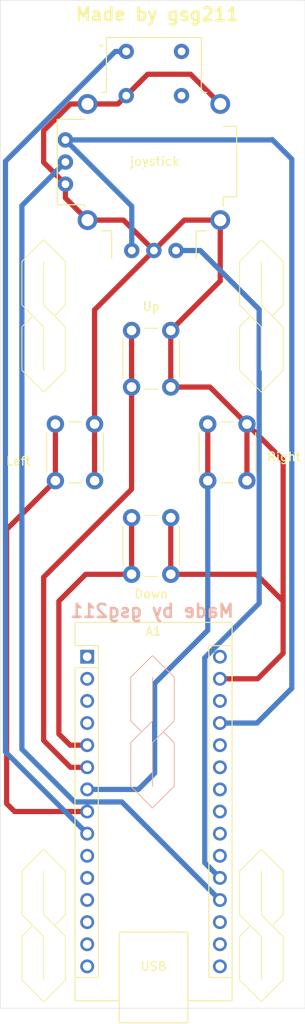
<source format=kicad_pcb>
(kicad_pcb (version 20240108) (generator "pcbnew") (generator_version "8.0")
  (layers (0 "F.Cu" signal) (31 "B.Cu" signal) (34 "B.Paste" user) (35 "F.Paste" user) (36 "B.SilkS" user "B.Silkscreen") (37 "F.SilkS" user "F.Silkscreen") (38 "B.Mask" user) (39 "F.Mask" user) (44 "Edge.Cuts" user))
  (net 0 "")
  (net 2 "gnd")
  (net 3 "hor")
  (net 8 "right")
  (net 15 "up")
  (net 18 "vert")
  (net 22 "sel")
  (net 24 "vcc")
  (net 29 "down")
  (net 30 "left")
  (footprint "Button_Switch_THT:SW_PUSH_6mm" (layer "F.Cu") (at 121.348095 105.169359 90)
    (property "Reference" "Left" (at 2.25 -4.25 180) (layer "F.SilkS"))
    (property "Value" "SW_Push")
    (fp_line (start 5.5 -1) (end 1 -1) (stroke (width 0.12)) (layer "F.SilkS"))
    (fp_line (start -0.25 1.5) (end -0.25 3) (stroke (width 0.12)) (layer "F.SilkS"))
    (fp_line (start 6.75 3) (end 6.75 1.5) (stroke (width 0.12)) (layer "F.SilkS"))
    (fp_line (start 1 5.5) (end 5.5 5.5) (stroke (width 0.12)) (layer "F.SilkS"))
    (pad "1" thru_hole circle (at 0 0 180) (size 2 2) (drill 1.1) (layers "*.Cu" "*.Mask") (net 30 "left"))
    (pad "1" thru_hole circle (at 6.5 0 180) (size 2 2) (drill 1.1) (layers "*.Cu" "*.Mask") (net 30 "left"))
    (pad "2" thru_hole circle (at 0 4.5 180) (size 2 2) (drill 1.1) (layers "*.Cu" "*.Mask") (net 2 "gnd"))
    (pad "2" thru_hole circle (at 6.5 4.5 180) (size 2 2) (drill 1.1) (layers "*.Cu" "*.Mask") (net 2 "gnd"))
  )
  (footprint "XDCR_COM-09032:XDCR_COM-09032" (layer "F.Cu") (at 132.66 68.581281)
    (property "Reference" "joystick" (at 0.09 -0.081281 0) (layer "F.SilkS"))
    (property "Value" "COM-09032")
    (fp_line (start -11.1 -4.9) (end -7.95 -4.9) (stroke (width 0.127)) (layer "F.SilkS"))
    (fp_line (start -11.1 4.9) (end -11.1 -4.9) (stroke (width 0.127)) (layer "F.SilkS"))
    (fp_line (start -7.95 4.9) (end -11.1 4.9) (stroke (width 0.127)) (layer "F.SilkS"))
    (fp_line (start -7.95 5.17) (end -7.95 4.9) (stroke (width 0.127)) (layer "F.SilkS"))
    (fp_line (start -6.07 -8) (end -5.45 -8) (stroke (width 0.127)) (layer "F.SilkS"))
    (fp_line (start -5.45 -14.3) (end 5.45 -14.3) (stroke (width 0.127)) (layer "F.SilkS"))
    (fp_line (start -5.45 -8) (end -5.45 -14.3) (stroke (width 0.127)) (layer "F.SilkS"))
    (fp_line (start -4.85 7.9) (end -6.07 7.9) (stroke (width 0.127)) (layer "F.SilkS"))
    (fp_line (start -4.85 11.1) (end -4.85 7.9) (stroke (width 0.127)) (layer "F.SilkS"))
    (fp_line (start 4.85 7.9) (end 4.85 11.1) (stroke (width 0.127)) (layer "F.SilkS"))
    (fp_line (start 5.45 -14.3) (end 5.45 -8) (stroke (width 0.127)) (layer "F.SilkS"))
    (fp_line (start 5.45 -8) (end 6.08 -8) (stroke (width 0.127)) (layer "F.SilkS"))
    (fp_line (start 6.08 7.9) (end 4.85 7.9) (stroke (width 0.127)) (layer "F.SilkS"))
    (fp_line (start 7.95 -4.1) (end 9.5 -4.1) (stroke (width 0.127)) (layer "F.SilkS"))
    (fp_line (start 7.95 4) (end 7.95 5.12) (stroke (width 0.127)) (layer "F.SilkS"))
    (fp_line (start 9.5 -4.1) (end 9.5 4) (stroke (width 0.127)) (layer "F.SilkS"))
    (fp_line (start 9.5 4) (end 7.95 4) (stroke (width 0.127)) (layer "F.SilkS"))
    (fp_circle (center -6.05 -13.35) (end -5.95 -13.35) (stroke (width 0.2)) (fill none) (layer "F.SilkS"))
    (pad "B1A" thru_hole circle (at -3.175 -12.7) (size 1.778 1.778) (drill 0.9) (layers "*.Cu" "*.Mask") (net 22 "sel"))
    (pad "B1B" thru_hole circle (at 3.175 -12.7) (size 1.778 1.778) (drill 0.9) (layers "*.Cu" "*.Mask"))
    (pad "B2A" thru_hole circle (at -3.175 -7.62) (size 1.778 1.778) (drill 0.9) (layers "*.Cu" "*.Mask") (net 2 "gnd"))
    (pad "B2B" thru_hole circle (at 3.175 -7.62) (size 1.778 1.778) (drill 0.9) (layers "*.Cu" "*.Mask"))
    (pad "H1" thru_hole circle (at -2.54 10.16) (size 1.778 1.778) (drill 0.889) (layers "*.Cu" "*.Mask") (net 24 "vcc"))
    (pad "H2" thru_hole circle (at 0 10.16) (size 1.778 1.778) (drill 0.889) (layers "*.Cu" "*.Mask") (net 2 "gnd"))
    (pad "H3" thru_hole circle (at 2.54 10.16) (size 1.778 1.778) (drill 0.889) (layers "*.Cu" "*.Mask") (net 3 "hor"))
    (pad "S1" thru_hole circle (at -7.62 -6.6675) (size 2.286 2.286) (drill 1.397) (layers "*.Cu" "*.Mask") (net 2 "gnd"))
    (pad "S2" thru_hole circle (at -7.62 6.6675) (size 2.286 2.286) (drill 1.397) (layers "*.Cu" "*.Mask") (net 2 "gnd"))
    (pad "S3" thru_hole circle (at 7.62 6.6675) (size 2.286 2.286) (drill 1.397) (layers "*.Cu" "*.Mask") (net 2 "gnd"))
    (pad "S4" thru_hole circle (at 7.62 -6.6675) (size 2.286 2.286) (drill 1.397) (layers "*.Cu" "*.Mask") (net 2 "gnd"))
    (pad "V1" thru_hole circle (at -10.16 -2.54) (size 1.778 1.778) (drill 0.889) (layers "*.Cu" "*.Mask") (net 24 "vcc"))
    (pad "V2" thru_hole circle (at -10.16 0) (size 1.778 1.778) (drill 0.889) (layers "*.Cu" "*.Mask") (net 18 "vert"))
    (pad "V3" thru_hole circle (at -10.16 2.54) (size 1.778 1.778) (drill 0.889) (layers "*.Cu" "*.Mask") (net 2 "gnd"))
  )
  (footprint "Button_Switch_THT:SW_PUSH_6mm" (layer "F.Cu") (at 130.098095 94.419359 90)
    (property "Reference" "Up" (at 9.25 2.25 180) (layer "F.SilkS"))
    (property "Value" "SW_Push")
    (fp_line (start 5.5 -1) (end 1 -1) (stroke (width 0.12)) (layer "F.SilkS"))
    (fp_line (start -0.25 1.5) (end -0.25 3) (stroke (width 0.12)) (layer "F.SilkS"))
    (fp_line (start 6.75 3) (end 6.75 1.5) (stroke (width 0.12)) (layer "F.SilkS"))
    (fp_line (start 1 5.5) (end 5.5 5.5) (stroke (width 0.12)) (layer "F.SilkS"))
    (pad "1" thru_hole circle (at 0 0 180) (size 2 2) (drill 1.1) (layers "*.Cu" "*.Mask") (net 15 "up"))
    (pad "1" thru_hole circle (at 6.5 0 180) (size 2 2) (drill 1.1) (layers "*.Cu" "*.Mask") (net 15 "up"))
    (pad "2" thru_hole circle (at 0 4.5 180) (size 2 2) (drill 1.1) (layers "*.Cu" "*.Mask") (net 2 "gnd"))
    (pad "2" thru_hole circle (at 6.5 4.5 180) (size 2 2) (drill 1.1) (layers "*.Cu" "*.Mask") (net 2 "gnd"))
  )
  (footprint "Module:Arduino_Nano" (layer "F.Cu") (at 125 125.38)
    (property "Reference" "A1" (at 7.61 -2.92 0) (layer "F.SilkS"))
    (property "Value" "Arduino_Nano_v3.x")
    (fp_line (start -1.4 -3.94) (end -1.4 -1.27) (stroke (width 0.12)) (layer "F.SilkS"))
    (fp_line (start -1.4 1.27) (end -1.4 39.5) (stroke (width 0.12)) (layer "F.SilkS"))
    (fp_line (start -1.4 39.5) (end 3.68 39.5) (stroke (width 0.12)) (layer "F.SilkS"))
    (fp_line (start 1.27 -1.27) (end -1.4 -1.27) (stroke (width 0.12)) (layer "F.SilkS"))
    (fp_line (start 1.27 1.27) (end -1.4 1.27) (stroke (width 0.12)) (layer "F.SilkS"))
    (fp_line (start 1.27 1.27) (end 1.27 -1.27) (stroke (width 0.12)) (layer "F.SilkS"))
    (fp_line (start 1.27 1.27) (end 1.27 36.83) (stroke (width 0.12)) (layer "F.SilkS"))
    (fp_line (start 1.27 36.83) (end -1.4 36.83) (stroke (width 0.12)) (layer "F.SilkS"))
    (fp_line (start 3.68 31.62) (end 11.56 31.62) (stroke (width 0.12)) (layer "F.SilkS"))
    (fp_line (start 3.68 42.04) (end 3.68 31.62) (stroke (width 0.12)) (layer "F.SilkS"))
    (fp_line (start 11.56 31.62) (end 11.56 42.04) (stroke (width 0.12)) (layer "F.SilkS"))
    (fp_line (start 11.56 42.04) (end 3.68 42.04) (stroke (width 0.12)) (layer "F.SilkS"))
    (fp_line (start 13.97 -1.27) (end 13.97 36.83) (stroke (width 0.12)) (layer "F.SilkS"))
    (fp_line (start 13.97 -1.27) (end 16.64 -1.27) (stroke (width 0.12)) (layer "F.SilkS"))
    (fp_line (start 13.97 36.83) (end 16.64 36.83) (stroke (width 0.12)) (layer "F.SilkS"))
    (fp_line (start 16.64 -3.94) (end -1.4 -3.94) (stroke (width 0.12)) (layer "F.SilkS"))
    (fp_line (start 16.64 39.5) (end 11.56 39.5) (stroke (width 0.12)) (layer "F.SilkS"))
    (fp_line (start 16.64 39.5) (end 16.64 -3.94) (stroke (width 0.12)) (layer "F.SilkS"))
    (fp_text user "USB" (at 7.62 35.56 0) (layer "F.SilkS"))
    (pad "1" thru_hole rect (at 0 0) (size 1.6 1.6) (drill 1) (layers "*.Cu" "*.Mask"))
    (pad "2" thru_hole oval (at 0 2.54) (size 1.6 1.6) (drill 1) (layers "*.Cu" "*.Mask"))
    (pad "3" thru_hole oval (at 0 5.08) (size 1.6 1.6) (drill 1) (layers "*.Cu" "*.Mask"))
    (pad "4" thru_hole oval (at 0 7.62) (size 1.6 1.6) (drill 1) (layers "*.Cu" "*.Mask"))
    (pad "5" thru_hole oval (at 0 10.16) (size 1.6 1.6) (drill 1) (layers "*.Cu" "*.Mask") (net 29 "down"))
    (pad "6" thru_hole oval (at 0 12.7) (size 1.6 1.6) (drill 1) (layers "*.Cu" "*.Mask") (net 15 "up"))
    (pad "7" thru_hole oval (at 0 15.24) (size 1.6 1.6) (drill 1) (layers "*.Cu" "*.Mask") (net 8 "right"))
    (pad "8" thru_hole oval (at 0 17.78) (size 1.6 1.6) (drill 1) (layers "*.Cu" "*.Mask") (net 30 "left"))
    (pad "9" thru_hole oval (at 0 20.32) (size 1.6 1.6) (drill 1) (layers "*.Cu" "*.Mask") (net 22 "sel"))
    (pad "10" thru_hole oval (at 0 22.86) (size 1.6 1.6) (drill 1) (layers "*.Cu" "*.Mask"))
    (pad "11" thru_hole oval (at 0 25.4) (size 1.6 1.6) (drill 1) (layers "*.Cu" "*.Mask"))
    (pad "12" thru_hole oval (at 0 27.94) (size 1.6 1.6) (drill 1) (layers "*.Cu" "*.Mask"))
    (pad "13" thru_hole oval (at 0 30.48) (size 1.6 1.6) (drill 1) (layers "*.Cu" "*.Mask"))
    (pad "14" thru_hole oval (at 0 33.02) (size 1.6 1.6) (drill 1) (layers "*.Cu" "*.Mask"))
    (pad "15" thru_hole oval (at 0 35.56) (size 1.6 1.6) (drill 1) (layers "*.Cu" "*.Mask"))
    (pad "16" thru_hole oval (at 15.24 35.56) (size 1.6 1.6) (drill 1) (layers "*.Cu" "*.Mask"))
    (pad "17" thru_hole oval (at 15.24 33.02) (size 1.6 1.6) (drill 1) (layers "*.Cu" "*.Mask"))
    (pad "18" thru_hole oval (at 15.24 30.48) (size 1.6 1.6) (drill 1) (layers "*.Cu" "*.Mask"))
    (pad "19" thru_hole oval (at 15.24 27.94) (size 1.6 1.6) (drill 1) (layers "*.Cu" "*.Mask") (net 18 "vert"))
    (pad "20" thru_hole oval (at 15.24 25.4) (size 1.6 1.6) (drill 1) (layers "*.Cu" "*.Mask") (net 3 "hor"))
    (pad "21" thru_hole oval (at 15.24 22.86) (size 1.6 1.6) (drill 1) (layers "*.Cu" "*.Mask"))
    (pad "22" thru_hole oval (at 15.24 20.32) (size 1.6 1.6) (drill 1) (layers "*.Cu" "*.Mask"))
    (pad "23" thru_hole oval (at 15.24 17.78) (size 1.6 1.6) (drill 1) (layers "*.Cu" "*.Mask"))
    (pad "24" thru_hole oval (at 15.24 15.24) (size 1.6 1.6) (drill 1) (layers "*.Cu" "*.Mask"))
    (pad "25" thru_hole oval (at 15.24 12.7) (size 1.6 1.6) (drill 1) (layers "*.Cu" "*.Mask"))
    (pad "26" thru_hole oval (at 15.24 10.16) (size 1.6 1.6) (drill 1) (layers "*.Cu" "*.Mask"))
    (pad "27" thru_hole oval (at 15.24 7.62) (size 1.6 1.6) (drill 1) (layers "*.Cu" "*.Mask") (net 24 "vcc"))
    (pad "28" thru_hole oval (at 15.24 5.08) (size 1.6 1.6) (drill 1) (layers "*.Cu" "*.Mask"))
    (pad "29" thru_hole oval (at 15.24 2.54) (size 1.6 1.6) (drill 1) (layers "*.Cu" "*.Mask") (net 2 "gnd"))
    (pad "30" thru_hole oval (at 15.24 0) (size 1.6 1.6) (drill 1) (layers "*.Cu" "*.Mask"))
  )
  (footprint "Button_Switch_THT:SW_PUSH_6mm" (layer "F.Cu") (at 138.848095 105.169359 90)
    (property "Reference" "Right" (at 2.75 8.75 180) (layer "F.SilkS"))
    (property "Value" "SW_Push")
    (fp_line (start 5.5 -1) (end 1 -1) (stroke (width 0.12)) (layer "F.SilkS"))
    (fp_line (start -0.25 1.5) (end -0.25 3) (stroke (width 0.12)) (layer "F.SilkS"))
    (fp_line (start 6.75 3) (end 6.75 1.5) (stroke (width 0.12)) (layer "F.SilkS"))
    (fp_line (start 1 5.5) (end 5.5 5.5) (stroke (width 0.12)) (layer "F.SilkS"))
    (pad "1" thru_hole circle (at 0 0 180) (size 2 2) (drill 1.1) (layers "*.Cu" "*.Mask") (net 8 "right"))
    (pad "1" thru_hole circle (at 6.5 0 180) (size 2 2) (drill 1.1) (layers "*.Cu" "*.Mask") (net 8 "right"))
    (pad "2" thru_hole circle (at 0 4.5 180) (size 2 2) (drill 1.1) (layers "*.Cu" "*.Mask") (net 2 "gnd"))
    (pad "2" thru_hole circle (at 6.5 4.5 180) (size 2 2) (drill 1.1) (layers "*.Cu" "*.Mask") (net 2 "gnd"))
  )
  (footprint "Button_Switch_THT:SW_PUSH_6mm" (layer "F.Cu") (at 130.098095 115.919359 90)
    (property "Reference" "Down" (at -2.25 2.25 180) (layer "F.SilkS"))
    (property "Value" "SW_Push")
    (fp_line (start 5.5 -1) (end 1 -1) (stroke (width 0.12)) (layer "F.SilkS"))
    (fp_line (start -0.25 1.5) (end -0.25 3) (stroke (width 0.12)) (layer "F.SilkS"))
    (fp_line (start 6.75 3) (end 6.75 1.5) (stroke (width 0.12)) (layer "F.SilkS"))
    (fp_line (start 1 5.5) (end 5.5 5.5) (stroke (width 0.12)) (layer "F.SilkS"))
    (pad "1" thru_hole circle (at 0 0 180) (size 2 2) (drill 1.1) (layers "*.Cu" "*.Mask") (net 29 "down"))
    (pad "1" thru_hole circle (at 6.5 0 180) (size 2 2) (drill 1.1) (layers "*.Cu" "*.Mask") (net 29 "down"))
    (pad "2" thru_hole circle (at 0 4.5 180) (size 2 2) (drill 1.1) (layers "*.Cu" "*.Mask") (net 2 "gnd"))
    (pad "2" thru_hole circle (at 6.5 4.5 180) (size 2 2) (drill 1.1) (layers "*.Cu" "*.Mask") (net 2 "gnd"))
  )
  (gr_line (start 126.5 98.5) (end 126.25 98.5) (stroke (width 0.2)) (layer "F.Cu") (net 2))
  (gr_line (start 130 140.25) (end 130 135.25) (stroke (width 0.1)) (layer "B.SilkS"))
  (gr_line (start 130 132.75) (end 130 127.75) (stroke (width 0.1)) (layer "B.SilkS"))
  (gr_line (start 133.75 134) (end 135 135.25) (stroke (width 0.1)) (layer "B.SilkS"))
  (gr_line (start 132.5 140.25) (end 132.5 135.25) (stroke (width 0.1)) (layer "B.SilkS"))
  (gr_line (start 132.5 125.25) (end 135 127.75) (stroke (width 0.1)) (layer "B.SilkS"))
  (gr_line (start 132.5 142.75) (end 135 140.25) (stroke (width 0.1)) (layer "B.SilkS"))
  (gr_line (start 132.5 135.25) (end 135 132.75) (stroke (width 0.1)) (layer "B.SilkS"))
  (gr_line (start 131.25 134) (end 130 132.75) (stroke (width 0.1)) (layer "B.SilkS"))
  (gr_line (start 132.5 142.75) (end 130 140.25) (stroke (width 0.1)) (layer "B.SilkS"))
  (gr_line (start 135 140.25) (end 135 135.25) (stroke (width 0.1)) (layer "B.SilkS"))
  (gr_line (start 135 127.75) (end 135 132.75) (stroke (width 0.1)) (layer "B.SilkS"))
  (gr_line (start 132.5 132.75) (end 132.5 127.75) (stroke (width 0.1)) (layer "B.SilkS"))
  (gr_line (start 132.5 125.25) (end 130 127.75) (stroke (width 0.1)) (layer "B.SilkS"))
  (gr_line (start 130 135.25) (end 132.5 132.75) (stroke (width 0.1)) (layer "B.SilkS"))
  (gr_line (start 122.5 150) (end 120 147.5) (stroke (width 0.1)) (layer "F.SilkS"))
  (gr_line (start 145 150) (end 145 155) (stroke (width 0.1)) (layer "F.SilkS"))
  (gr_line (start 117.5 150) (end 120 147.5) (stroke (width 0.1)) (layer "F.SilkS"))
  (gr_line (start 147.5 92.5) (end 145 95) (stroke (width 0.1)) (layer "F.SilkS"))
  (gr_line (start 147.5 80) (end 147.5 85) (stroke (width 0.1)) (layer "F.SilkS"))
  (gr_line (start 120 157.5) (end 120 162.5) (stroke (width 0.1)) (layer "F.SilkS"))
  (gr_line (start 120 80) (end 120 85) (stroke (width 0.1)) (layer "F.SilkS"))
  (gr_line (start 147.5 157.5) (end 147.5 162.5) (stroke (width 0.1)) (layer "F.SilkS"))
  (gr_line (start 142.5 157.5) (end 143.75 156.25) (stroke (width 0.1)) (layer "F.SilkS"))
  (gr_line (start 117.5 87.5) (end 117.5 92.5) (stroke (width 0.1)) (layer "F.SilkS"))
  (gr_line (start 122.5 80) (end 120 77.5) (stroke (width 0.1)) (layer "F.SilkS"))
  (gr_line (start 122.5 92.5) (end 120 95) (stroke (width 0.1)) (layer "F.SilkS"))
  (gr_line (start 117.5 157.5) (end 118.75 156.25) (stroke (width 0.1)) (layer "F.SilkS"))
  (gr_line (start 120 150) (end 120 155) (stroke (width 0.1)) (layer "F.SilkS"))
  (gr_line (start 142.5 162.5) (end 145 165) (stroke (width 0.1)) (layer "F.SilkS"))
  (gr_line (start 117.5 157.5) (end 117.5 162.5) (stroke (width 0.1)) (layer "F.SilkS"))
  (gr_line (start 117.5 162.5) (end 120 165) (stroke (width 0.1)) (layer "F.SilkS"))
  (gr_line (start 120 85) (end 122.5 87.5) (stroke (width 0.1)) (layer "F.SilkS"))
  (gr_line (start 122.5 157.5) (end 122.5 162.5) (stroke (width 0.1)) (layer "F.SilkS"))
  (gr_line (start 142.5 155) (end 145 157.5) (stroke (width 0.1)) (layer "F.SilkS"))
  (gr_line (start 147.5 80) (end 145 77.5) (stroke (width 0.1)) (layer "F.SilkS"))
  (gr_line (start 142.5 85) (end 145 87.5) (stroke (width 0.1)) (layer "F.SilkS"))
  (gr_line (start 117.5 87.5) (end 118.75 86.25) (stroke (width 0.1)) (layer "F.SilkS"))
  (gr_line (start 145 155) (end 147.5 157.5) (stroke (width 0.1)) (layer "F.SilkS"))
  (gr_line (start 117.5 85) (end 120 87.5) (stroke (width 0.1)) (layer "F.SilkS"))
  (gr_line (start 117.5 92.5) (end 120 95) (stroke (width 0.1)) (layer "F.SilkS"))
  (gr_line (start 122.5 150) (end 122.5 155) (stroke (width 0.1)) (layer "F.SilkS"))
  (gr_line (start 145 80) (end 145 85) (stroke (width 0.1)) (layer "F.SilkS"))
  (gr_line (start 147.5 87.5) (end 147.5 92.5) (stroke (width 0.1)) (layer "F.SilkS"))
  (gr_line (start 142.5 155) (end 142.5 150) (stroke (width 0.1)) (layer "F.SilkS"))
  (gr_line (start 147.5 85) (end 146.25 86.25) (stroke (width 0.1)) (layer "F.SilkS"))
  (gr_line (start 117.5 85) (end 117.5 80) (stroke (width 0.1)) (layer "F.SilkS"))
  (gr_line (start 142.5 150) (end 145 147.5) (stroke (width 0.1)) (layer "F.SilkS"))
  (gr_line (start 145 157.5) (end 145 162.5) (stroke (width 0.1)) (layer "F.SilkS"))
  (gr_line (start 142.5 157.5) (end 142.5 162.5) (stroke (width 0.1)) (layer "F.SilkS"))
  (gr_line (start 142.5 87.5) (end 143.75 86.25) (stroke (width 0.1)) (layer "F.SilkS"))
  (gr_line (start 147.5 155) (end 146.25 156.25) (stroke (width 0.1)) (layer "F.SilkS"))
  (gr_line (start 147.5 150) (end 147.5 155) (stroke (width 0.1)) (layer "F.SilkS"))
  (gr_line (start 122.5 155) (end 121.25 156.25) (stroke (width 0.1)) (layer "F.SilkS"))
  (gr_line (start 142.5 85) (end 142.5 80) (stroke (width 0.1)) (layer "F.SilkS"))
  (gr_line (start 145 87.5) (end 145 92.5) (stroke (width 0.1)) (layer "F.SilkS"))
  (gr_line (start 122.5 80) (end 122.5 85) (stroke (width 0.1)) (layer "F.SilkS"))
  (gr_line (start 122.5 87.5) (end 122.5 92.5) (stroke (width 0.1)) (layer "F.SilkS"))
  (gr_line (start 147.5 162.5) (end 145 165) (stroke (width 0.1)) (layer "F.SilkS"))
  (gr_line (start 117.5 155) (end 120 157.5) (stroke (width 0.1)) (layer "F.SilkS"))
  (gr_line (start 117.5 155) (end 117.5 150) (stroke (width 0.1)) (layer "F.SilkS"))
  (gr_line (start 117.5 80) (end 120 77.5) (stroke (width 0.1)) (layer "F.SilkS"))
  (gr_line (start 122.5 85) (end 121.25 86.25) (stroke (width 0.1)) (layer "F.SilkS"))
  (gr_line (start 147.5 150) (end 145 147.5) (stroke (width 0.1)) (layer "F.SilkS"))
  (gr_line (start 142.5 92.5) (end 145 95) (stroke (width 0.1)) (layer "F.SilkS"))
  (gr_line (start 120 155) (end 122.5 157.5) (stroke (width 0.1)) (layer "F.SilkS"))
  (gr_line (start 142.5 87.5) (end 142.5 92.5) (stroke (width 0.1)) (layer "F.SilkS"))
  (gr_line (start 145 85) (end 147.5 87.5) (stroke (width 0.1)) (layer "F.SilkS"))
  (gr_line (start 120 87.5) (end 120 92.5) (stroke (width 0.1)) (layer "F.SilkS"))
  (gr_line (start 142.5 80) (end 145 77.5) (stroke (width 0.1)) (layer "F.SilkS"))
  (gr_line (start 122.5 162.5) (end 120 165) (stroke (width 0.1)) (layer "F.SilkS"))
  (gr_rect (start 115.011905 50) (end 150.011905 165.75) (stroke (width 0.05)) (fill none) (layer "Edge.Cuts"))
  (gr_text "Made by gsg211" (at 142 121 -0) (layer "B.SilkS") (effects (font (size 1.5 1.5) (thickness 0.3) (bold yes)) (justify left bottom mirror)))
  (gr_text "Made by gsg211" (at 123.5 52.5 0) (layer "F.SilkS") (effects (font (size 1.5 1.5) (thickness 0.3) (bold yes)) (justify left bottom)))
  (segment (start 147.5 125) (end 147.5 119) (width 0.6) (layer "F.Cu") (net 2))
  (segment (start 140.28 75.248781) (end 140.28 82.237454) (width 0.6) (layer "F.Cu") (net 2))
  (segment (start 125.848095 105.169359) (end 125.848095 98.669359) (width 0.6) (layer "F.Cu") (net 2))
  (segment (start 147.5 119) (end 147.5 102.821264) (width 0.6) (layer "F.Cu") (net 2))
  (segment (start 120 65) (end 123.086219 61.913781) (width 0.6) (layer "F.Cu") (net 2))
  (segment (start 125.04 61.913781) (end 128.5325 61.913781) (width 0.6) (layer "F.Cu") (net 2))
  (segment (start 140.24 127.92) (end 144.58 127.92) (width 0.6) (layer "F.Cu") (net 2))
  (segment (start 139.098095 94.419359) (end 134.598095 94.419359) (width 0.6) (layer "F.Cu") (net 2))
  (segment (start 131.946281 58.5) (end 136.866219 58.5) (width 0.6) (layer "F.Cu") (net 2))
  (segment (start 122.5 71.121281) (end 120 68.621281) (width 0.6) (layer "F.Cu") (net 2))
  (segment (start 128.5325 61.913781) (end 129.485 60.961281) (width 0.6) (layer "F.Cu") (net 2))
  (segment (start 147.5 102.821264) (end 143.348095 98.669359) (width 0.6) (layer "F.Cu") (net 2))
  (segment (start 143.348095 98.669359) (end 139.098095 94.419359) (width 0.6) (layer "F.Cu") (net 2))
  (segment (start 125.04 75.248781) (end 129.1675 75.248781) (width 0.6) (layer "F.Cu") (net 2))
  (segment (start 129.485 60.961281) (end 131.946281 58.5) (width 0.6) (layer "F.Cu") (net 2))
  (segment (start 143.348095 105.169359) (end 143.348095 98.669359) (width 0.6) (layer "F.Cu") (net 2))
  (segment (start 134.598095 109.419359) (end 134.598095 115.919359) (width 0.6) (layer "F.Cu") (net 2))
  (segment (start 140.28 82.237454) (end 134.598095 87.919359) (width 0.6) (layer "F.Cu") (net 2))
  (segment (start 132.66 78.741281) (end 136.1525 75.248781) (width 0.6) (layer "F.Cu") (net 2))
  (segment (start 136.866219 58.5) (end 140.28 61.913781) (width 0.6) (layer "F.Cu") (net 2))
  (segment (start 134.598095 94.419359) (end 134.919359 94.419359) (width 0.2) (layer "F.Cu") (net 2))
  (segment (start 132.66 78.741281) (end 125.848095 85.553186) (width 0.6) (layer "F.Cu") (net 2))
  (segment (start 136.1525 75.248781) (end 140.28 75.248781) (width 0.6) (layer "F.Cu") (net 2))
  (segment (start 122.5 71.121281) (end 122.5 72.708781) (width 0.6) (layer "F.Cu") (net 2))
  (segment (start 125.848095 85.553186) (end 125.848095 98.669359) (width 0.6) (layer "F.Cu") (net 2))
  (segment (start 120 68.621281) (end 120 65) (width 0.6) (layer "F.Cu") (net 2))
  (segment (start 144.58 127.92) (end 147.5 125) (width 0.6) (layer "F.Cu") (net 2))
  (segment (start 122.5 72.708781) (end 125.04 75.248781) (width 0.6) (layer "F.Cu") (net 2))
  (segment (start 129.1675 75.248781) (end 132.66 78.741281) (width 0.6) (layer "F.Cu") (net 2))
  (segment (start 134.598095 94.098095) (end 134.598095 87.919359) (width 0.6) (layer "F.Cu") (net 2))
  (segment (start 144.419359 115.919359) (end 147.5 119) (width 0.6) (layer "F.Cu") (net 2))
  (segment (start 134.598095 115.919359) (end 144.419359 115.919359) (width 0.6) (layer "F.Cu") (net 2))
  (segment (start 134.919359 94.419359) (end 134.598095 94.098095) (width 0.2) (layer "F.Cu") (net 2))
  (segment (start 123.086219 61.913781) (end 125.04 61.913781) (width 0.6) (layer "F.Cu") (net 2))
  (segment (start 137.991281 78.741281) (end 144.75 85.5) (width 0.6) (layer "B.Cu") (net 3))
  (segment (start 135.2 78.741281) (end 137.991281 78.741281) (width 0.6) (layer "B.Cu") (net 3))
  (segment (start 144.75 85.5) (end 144.75 119.25) (width 0.6) (layer "B.Cu") (net 3))
  (segment (start 138.5 149.04) (end 140.24 150.78) (width 0.6) (layer "B.Cu") (net 3))
  (segment (start 144.75 119.25) (end 138.5 125.5) (width 0.6) (layer "B.Cu") (net 3))
  (segment (start 135.2 78.741281) (end 135.2 78.8) (width 0.2) (layer "B.Cu") (net 3))
  (segment (start 135.2 78.8) (end 135 79) (width 0.2) (layer "B.Cu") (net 3))
  (segment (start 138.5 125.5) (end 138.5 149.04) (width 0.6) (layer "B.Cu") (net 3))
  (segment (start 138.848095 98.669359) (end 138.848095 105.169359) (width 0.6) (layer "F.Cu") (net 8))
  (segment (start 132.75 138.75) (end 130.88 140.62) (width 0.6) (layer "B.Cu") (net 8))
  (segment (start 138.848095 105.169359) (end 138.848095 122.348095) (width 0.6) (layer "B.Cu") (net 8))
  (segment (start 132.75 128.44619) (end 132.75 138.75) (width 0.6) (layer "B.Cu") (net 8))
  (segment (start 138.848095 122.348095) (end 132.75 128.44619) (width 0.6) (layer "B.Cu") (net 8))
  (segment (start 130.88 140.62) (end 125 140.62) (width 0.6) (layer "B.Cu") (net 8))
  (segment (start 138.848095 105.598095) (end 139 105.75) (width 0.2) (layer "B.Cu") (net 8))
  (segment (start 138.848095 105.169359) (end 138.848095 105.598095) (width 0.2) (layer "B.Cu") (net 8))
  (segment (start 120 135) (end 123.08 138.08) (width 0.6) (layer "F.Cu") (net 15))
  (segment (start 130.098095 94.419359) (end 130.098095 106.151905) (width 0.6) (layer "F.Cu") (net 15))
  (segment (start 130.098095 87.919359) (end 130.098095 94.419359) (width 0.6) (layer "F.Cu") (net 15))
  (segment (start 120 116.25) (end 120 135) (width 0.6) (layer "F.Cu") (net 15))
  (segment (start 123.08 138.08) (end 125 138.08) (width 0.6) (layer "F.Cu") (net 15))
  (segment (start 130.098095 106.151905) (end 120 116.25) (width 0.6) (layer "F.Cu") (net 15))
  (segment (start 128.98 142.06) (end 140.24 153.32) (width 0.6) (layer "B.Cu") (net 18))
  (segment (start 122.5 68.581281) (end 117.5 73.581281) (width 0.6) (layer "B.Cu") (net 18))
  (segment (start 117.5 73.581281) (end 117.5 136) (width 0.6) (layer "B.Cu") (net 18))
  (segment (start 123.56 142.06) (end 128.98 142.06) (width 0.6) (layer "B.Cu") (net 18))
  (segment (start 117.5 136) (end 123.56 142.06) (width 0.6) (layer "B.Cu") (net 18))
  (segment (start 128.227765 55.881281) (end 115.611905 68.497141) (width 0.6) (layer "B.Cu") (net 22))
  (segment (start 129.485 55.881281) (end 128.227765 55.881281) (width 0.6) (layer "B.Cu") (net 22))
  (segment (start 115.611905 68.497141) (end 115.611905 136.311905) (width 0.6) (layer "B.Cu") (net 22))
  (segment (start 115.611905 136.311905) (end 125 145.7) (width 0.6) (layer "B.Cu") (net 22))
  (segment (start 140.24 133) (end 144.5 133) (width 0.6) (layer "B.Cu") (net 24))
  (segment (start 148.5 129) (end 148.5 68.25) (width 0.6) (layer "B.Cu") (net 24))
  (segment (start 144.5 133) (end 148.5 129) (width 0.6) (layer "B.Cu") (net 24))
  (segment (start 130.12 73.661281) (end 122.5 66.041281) (width 0.6) (layer "B.Cu") (net 24))
  (segment (start 130.12 78.741281) (end 130.12 73.661281) (width 0.6) (layer "B.Cu") (net 24))
  (segment (start 146.25 66) (end 146.208719 66.041281) (width 0.2) (layer "B.Cu") (net 24))
  (segment (start 148.5 68.25) (end 146.25 66) (width 0.6) (layer "B.Cu") (net 24))
  (segment (start 146.208719 66.041281) (end 122.5 66.041281) (width 0.6) (layer "B.Cu") (net 24))
  (segment (start 121.75 134.25) (end 121.75 119) (width 0.6) (layer "F.Cu") (net 29))
  (segment (start 123.04 135.54) (end 121.75 134.25) (width 0.6) (layer "F.Cu") (net 29))
  (segment (start 130.098095 109.419359) (end 130.098095 115.919359) (width 0.6) (layer "F.Cu") (net 29))
  (segment (start 125 135.54) (end 123.04 135.54) (width 0.6) (layer "F.Cu") (net 29))
  (segment (start 121.75 119) (end 124.830641 115.919359) (width 0.6) (layer "F.Cu") (net 29))
  (segment (start 124.830641 115.919359) (end 130.098095 115.919359) (width 0.6) (layer "F.Cu") (net 29))
  (segment (start 116.66 143.16) (end 115.75 142.25) (width 0.6) (layer "F.Cu") (net 30))
  (segment (start 121.348095 105.169359) (end 121.348095 98.669359) (width 0.6) (layer "F.Cu") (net 30))
  (segment (start 125 143.16) (end 116.66 143.16) (width 0.6) (layer "F.Cu") (net 30))
  (segment (start 115.75 142.25) (end 115.75 110.767454) (width 0.6) (layer "F.Cu") (net 30))
  (segment (start 115.75 110.767454) (end 121.348095 105.169359) (width 0.6) (layer "F.Cu") (net 30))
)
</source>
